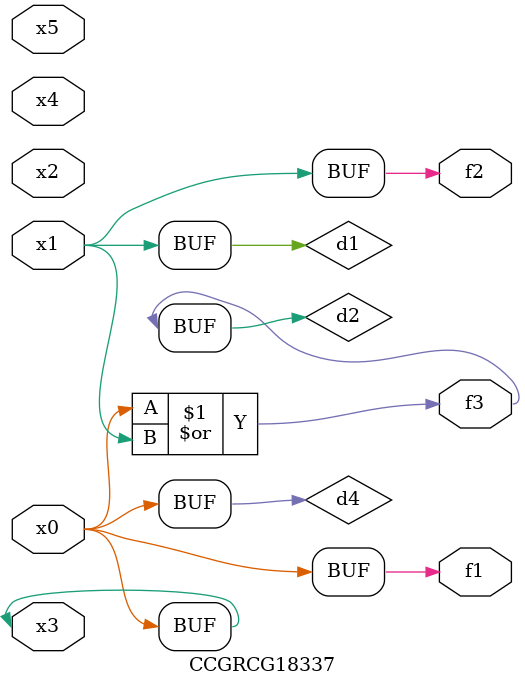
<source format=v>
module CCGRCG18337(
	input x0, x1, x2, x3, x4, x5,
	output f1, f2, f3
);

	wire d1, d2, d3, d4;

	and (d1, x1);
	or (d2, x0, x1);
	nand (d3, x0, x5);
	buf (d4, x0, x3);
	assign f1 = d4;
	assign f2 = d1;
	assign f3 = d2;
endmodule

</source>
